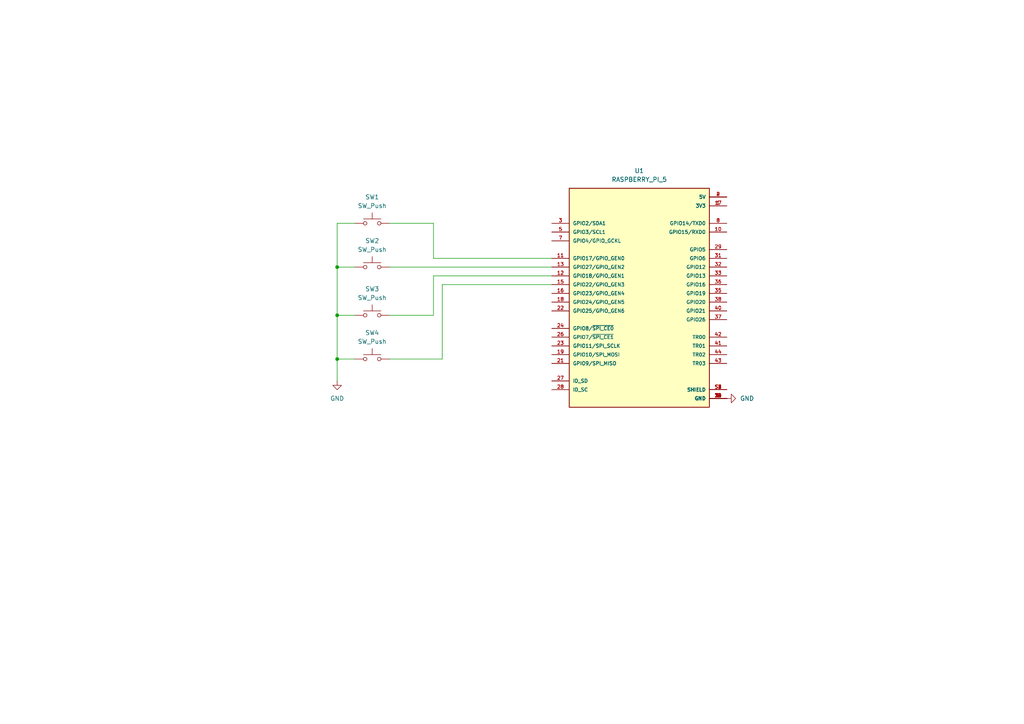
<source format=kicad_sch>
(kicad_sch
	(version 20250114)
	(generator "eeschema")
	(generator_version "9.0")
	(uuid "88a079d7-085d-42b8-9039-6477dc68a888")
	(paper "A4")
	(lib_symbols
		(symbol "MyComponents:RASPBERRY_PI_4_MODEL_B_8G"
			(pin_names
				(offset 1.016)
			)
			(exclude_from_sim no)
			(in_bom yes)
			(on_board yes)
			(property "Reference" "U"
				(at -20.32 33.528 0)
				(effects
					(font
						(size 1.27 1.27)
					)
					(justify left bottom)
				)
			)
			(property "Value" "RASPBERRY_PI_4_MODEL_B_8G"
				(at -20.32 -33.02 0)
				(effects
					(font
						(size 1.27 1.27)
					)
					(justify left bottom)
				)
			)
			(property "Footprint" "RASPBERRY_PI_4_MODEL_B_8G:MODULE_RASPBERRY_PI_4_MODEL_B_8G"
				(at 0 0 0)
				(effects
					(font
						(size 1.27 1.27)
					)
					(justify bottom)
					(hide yes)
				)
			)
			(property "Datasheet" ""
				(at 0 0 0)
				(effects
					(font
						(size 1.27 1.27)
					)
					(hide yes)
				)
			)
			(property "Description" ""
				(at 0 0 0)
				(effects
					(font
						(size 1.27 1.27)
					)
					(hide yes)
				)
			)
			(property "MF" "Raspberry Pi"
				(at 0 0 0)
				(effects
					(font
						(size 1.27 1.27)
					)
					(justify bottom)
					(hide yes)
				)
			)
			(property "MAXIMUM_PACKAGE_HEIGHT" "16 mm"
				(at 0 0 0)
				(effects
					(font
						(size 1.27 1.27)
					)
					(justify bottom)
					(hide yes)
				)
			)
			(property "Package" "None"
				(at 0 0 0)
				(effects
					(font
						(size 1.27 1.27)
					)
					(justify bottom)
					(hide yes)
				)
			)
			(property "Price" "None"
				(at 0 0 0)
				(effects
					(font
						(size 1.27 1.27)
					)
					(justify bottom)
					(hide yes)
				)
			)
			(property "Check_prices" "https://www.snapeda.com/parts/RASPBERRY%20PI%204%20MODEL%20B%208G/Raspberry+Pi/view-part/?ref=eda"
				(at 0 0 0)
				(effects
					(font
						(size 1.27 1.27)
					)
					(justify bottom)
					(hide yes)
				)
			)
			(property "STANDARD" "Manufacturer Recommendations"
				(at 0 0 0)
				(effects
					(font
						(size 1.27 1.27)
					)
					(justify bottom)
					(hide yes)
				)
			)
			(property "PARTREV" "4"
				(at 0 0 0)
				(effects
					(font
						(size 1.27 1.27)
					)
					(justify bottom)
					(hide yes)
				)
			)
			(property "SnapEDA_Link" "https://www.snapeda.com/parts/RASPBERRY%20PI%204%20MODEL%20B%208G/Raspberry+Pi/view-part/?ref=snap"
				(at 0 0 0)
				(effects
					(font
						(size 1.27 1.27)
					)
					(justify bottom)
					(hide yes)
				)
			)
			(property "MP" "RASPBERRY PI 4 MODEL B 8G"
				(at 0 0 0)
				(effects
					(font
						(size 1.27 1.27)
					)
					(justify bottom)
					(hide yes)
				)
			)
			(property "Description_1" "Single Board Computer, Model B 8GB RAM, Raspberry Pi 4 Series | Raspberry Pi RASPBERRY PI 4 MODEL B 8G"
				(at 0 0 0)
				(effects
					(font
						(size 1.27 1.27)
					)
					(justify bottom)
					(hide yes)
				)
			)
			(property "Availability" "Not in stock"
				(at 0 0 0)
				(effects
					(font
						(size 1.27 1.27)
					)
					(justify bottom)
					(hide yes)
				)
			)
			(property "MANUFACTURER" "Raspberry Pi"
				(at 0 0 0)
				(effects
					(font
						(size 1.27 1.27)
					)
					(justify bottom)
					(hide yes)
				)
			)
			(symbol "RASPBERRY_PI_4_MODEL_B_8G_0_0"
				(rectangle
					(start -20.32 -30.48)
					(end 20.32 33.02)
					(stroke
						(width 0.254)
						(type default)
					)
					(fill
						(type background)
					)
				)
				(pin bidirectional line
					(at -25.4 22.86 0)
					(length 5.08)
					(name "GPIO2/SDA1"
						(effects
							(font
								(size 1.016 1.016)
							)
						)
					)
					(number "3"
						(effects
							(font
								(size 1.016 1.016)
							)
						)
					)
				)
				(pin bidirectional line
					(at -25.4 20.32 0)
					(length 5.08)
					(name "GPIO3/SCL1"
						(effects
							(font
								(size 1.016 1.016)
							)
						)
					)
					(number "5"
						(effects
							(font
								(size 1.016 1.016)
							)
						)
					)
				)
				(pin bidirectional line
					(at -25.4 17.78 0)
					(length 5.08)
					(name "GPIO4/GPIO_GCKL"
						(effects
							(font
								(size 1.016 1.016)
							)
						)
					)
					(number "7"
						(effects
							(font
								(size 1.016 1.016)
							)
						)
					)
				)
				(pin bidirectional line
					(at -25.4 12.7 0)
					(length 5.08)
					(name "GPIO17/GPIO_GEN0"
						(effects
							(font
								(size 1.016 1.016)
							)
						)
					)
					(number "11"
						(effects
							(font
								(size 1.016 1.016)
							)
						)
					)
				)
				(pin bidirectional line
					(at -25.4 10.16 0)
					(length 5.08)
					(name "GPIO27/GPIO_GEN2"
						(effects
							(font
								(size 1.016 1.016)
							)
						)
					)
					(number "13"
						(effects
							(font
								(size 1.016 1.016)
							)
						)
					)
				)
				(pin bidirectional line
					(at -25.4 7.62 0)
					(length 5.08)
					(name "GPIO18/GPIO_GEN1"
						(effects
							(font
								(size 1.016 1.016)
							)
						)
					)
					(number "12"
						(effects
							(font
								(size 1.016 1.016)
							)
						)
					)
				)
				(pin bidirectional line
					(at -25.4 5.08 0)
					(length 5.08)
					(name "GPIO22/GPIO_GEN3"
						(effects
							(font
								(size 1.016 1.016)
							)
						)
					)
					(number "15"
						(effects
							(font
								(size 1.016 1.016)
							)
						)
					)
				)
				(pin bidirectional line
					(at -25.4 2.54 0)
					(length 5.08)
					(name "GPIO23/GPIO_GEN4"
						(effects
							(font
								(size 1.016 1.016)
							)
						)
					)
					(number "16"
						(effects
							(font
								(size 1.016 1.016)
							)
						)
					)
				)
				(pin bidirectional line
					(at -25.4 0 0)
					(length 5.08)
					(name "GPIO24/GPIO_GEN5"
						(effects
							(font
								(size 1.016 1.016)
							)
						)
					)
					(number "18"
						(effects
							(font
								(size 1.016 1.016)
							)
						)
					)
				)
				(pin bidirectional line
					(at -25.4 -2.54 0)
					(length 5.08)
					(name "GPIO25/GPIO_GEN6"
						(effects
							(font
								(size 1.016 1.016)
							)
						)
					)
					(number "22"
						(effects
							(font
								(size 1.016 1.016)
							)
						)
					)
				)
				(pin bidirectional line
					(at -25.4 -7.62 0)
					(length 5.08)
					(name "GPIO8/~{SPI_CE0}"
						(effects
							(font
								(size 1.016 1.016)
							)
						)
					)
					(number "24"
						(effects
							(font
								(size 1.016 1.016)
							)
						)
					)
				)
				(pin bidirectional line
					(at -25.4 -10.16 0)
					(length 5.08)
					(name "GPIO7/~{SPI_CE1}"
						(effects
							(font
								(size 1.016 1.016)
							)
						)
					)
					(number "26"
						(effects
							(font
								(size 1.016 1.016)
							)
						)
					)
				)
				(pin bidirectional line
					(at -25.4 -12.7 0)
					(length 5.08)
					(name "GPIO11/SPI_SCLK"
						(effects
							(font
								(size 1.016 1.016)
							)
						)
					)
					(number "23"
						(effects
							(font
								(size 1.016 1.016)
							)
						)
					)
				)
				(pin bidirectional line
					(at -25.4 -15.24 0)
					(length 5.08)
					(name "GPIO10/SPI_MOSI"
						(effects
							(font
								(size 1.016 1.016)
							)
						)
					)
					(number "19"
						(effects
							(font
								(size 1.016 1.016)
							)
						)
					)
				)
				(pin bidirectional line
					(at -25.4 -17.78 0)
					(length 5.08)
					(name "GPIO9/SPI_MISO"
						(effects
							(font
								(size 1.016 1.016)
							)
						)
					)
					(number "21"
						(effects
							(font
								(size 1.016 1.016)
							)
						)
					)
				)
				(pin bidirectional line
					(at -25.4 -22.86 0)
					(length 5.08)
					(name "ID_SD"
						(effects
							(font
								(size 1.016 1.016)
							)
						)
					)
					(number "27"
						(effects
							(font
								(size 1.016 1.016)
							)
						)
					)
				)
				(pin bidirectional line
					(at -25.4 -25.4 0)
					(length 5.08)
					(name "ID_SC"
						(effects
							(font
								(size 1.016 1.016)
							)
						)
					)
					(number "28"
						(effects
							(font
								(size 1.016 1.016)
							)
						)
					)
				)
				(pin power_in line
					(at 25.4 30.48 180)
					(length 5.08)
					(name "5V"
						(effects
							(font
								(size 1.016 1.016)
							)
						)
					)
					(number "2"
						(effects
							(font
								(size 1.016 1.016)
							)
						)
					)
				)
				(pin power_in line
					(at 25.4 30.48 180)
					(length 5.08)
					(name "5V"
						(effects
							(font
								(size 1.016 1.016)
							)
						)
					)
					(number "4"
						(effects
							(font
								(size 1.016 1.016)
							)
						)
					)
				)
				(pin power_in line
					(at 25.4 27.94 180)
					(length 5.08)
					(name "3V3"
						(effects
							(font
								(size 1.016 1.016)
							)
						)
					)
					(number "1"
						(effects
							(font
								(size 1.016 1.016)
							)
						)
					)
				)
				(pin power_in line
					(at 25.4 27.94 180)
					(length 5.08)
					(name "3V3"
						(effects
							(font
								(size 1.016 1.016)
							)
						)
					)
					(number "17"
						(effects
							(font
								(size 1.016 1.016)
							)
						)
					)
				)
				(pin bidirectional line
					(at 25.4 22.86 180)
					(length 5.08)
					(name "GPIO14/TXD0"
						(effects
							(font
								(size 1.016 1.016)
							)
						)
					)
					(number "8"
						(effects
							(font
								(size 1.016 1.016)
							)
						)
					)
				)
				(pin bidirectional line
					(at 25.4 20.32 180)
					(length 5.08)
					(name "GPIO15/RXD0"
						(effects
							(font
								(size 1.016 1.016)
							)
						)
					)
					(number "10"
						(effects
							(font
								(size 1.016 1.016)
							)
						)
					)
				)
				(pin bidirectional line
					(at 25.4 15.24 180)
					(length 5.08)
					(name "GPIO5"
						(effects
							(font
								(size 1.016 1.016)
							)
						)
					)
					(number "29"
						(effects
							(font
								(size 1.016 1.016)
							)
						)
					)
				)
				(pin bidirectional line
					(at 25.4 12.7 180)
					(length 5.08)
					(name "GPIO6"
						(effects
							(font
								(size 1.016 1.016)
							)
						)
					)
					(number "31"
						(effects
							(font
								(size 1.016 1.016)
							)
						)
					)
				)
				(pin bidirectional line
					(at 25.4 10.16 180)
					(length 5.08)
					(name "GPIO12"
						(effects
							(font
								(size 1.016 1.016)
							)
						)
					)
					(number "32"
						(effects
							(font
								(size 1.016 1.016)
							)
						)
					)
				)
				(pin bidirectional line
					(at 25.4 7.62 180)
					(length 5.08)
					(name "GPIO13"
						(effects
							(font
								(size 1.016 1.016)
							)
						)
					)
					(number "33"
						(effects
							(font
								(size 1.016 1.016)
							)
						)
					)
				)
				(pin bidirectional line
					(at 25.4 5.08 180)
					(length 5.08)
					(name "GPIO16"
						(effects
							(font
								(size 1.016 1.016)
							)
						)
					)
					(number "36"
						(effects
							(font
								(size 1.016 1.016)
							)
						)
					)
				)
				(pin bidirectional line
					(at 25.4 2.54 180)
					(length 5.08)
					(name "GPIO19"
						(effects
							(font
								(size 1.016 1.016)
							)
						)
					)
					(number "35"
						(effects
							(font
								(size 1.016 1.016)
							)
						)
					)
				)
				(pin bidirectional line
					(at 25.4 0 180)
					(length 5.08)
					(name "GPIO20"
						(effects
							(font
								(size 1.016 1.016)
							)
						)
					)
					(number "38"
						(effects
							(font
								(size 1.016 1.016)
							)
						)
					)
				)
				(pin bidirectional line
					(at 25.4 -2.54 180)
					(length 5.08)
					(name "GPIO21"
						(effects
							(font
								(size 1.016 1.016)
							)
						)
					)
					(number "40"
						(effects
							(font
								(size 1.016 1.016)
							)
						)
					)
				)
				(pin bidirectional line
					(at 25.4 -5.08 180)
					(length 5.08)
					(name "GPIO26"
						(effects
							(font
								(size 1.016 1.016)
							)
						)
					)
					(number "37"
						(effects
							(font
								(size 1.016 1.016)
							)
						)
					)
				)
				(pin bidirectional line
					(at 25.4 -10.16 180)
					(length 5.08)
					(name "TR00"
						(effects
							(font
								(size 1.016 1.016)
							)
						)
					)
					(number "42"
						(effects
							(font
								(size 1.016 1.016)
							)
						)
					)
				)
				(pin bidirectional line
					(at 25.4 -12.7 180)
					(length 5.08)
					(name "TR01"
						(effects
							(font
								(size 1.016 1.016)
							)
						)
					)
					(number "41"
						(effects
							(font
								(size 1.016 1.016)
							)
						)
					)
				)
				(pin bidirectional line
					(at 25.4 -15.24 180)
					(length 5.08)
					(name "TR02"
						(effects
							(font
								(size 1.016 1.016)
							)
						)
					)
					(number "44"
						(effects
							(font
								(size 1.016 1.016)
							)
						)
					)
				)
				(pin bidirectional line
					(at 25.4 -17.78 180)
					(length 5.08)
					(name "TR03"
						(effects
							(font
								(size 1.016 1.016)
							)
						)
					)
					(number "43"
						(effects
							(font
								(size 1.016 1.016)
							)
						)
					)
				)
				(pin power_in line
					(at 25.4 -25.4 180)
					(length 5.08)
					(name "SHIELD"
						(effects
							(font
								(size 1.016 1.016)
							)
						)
					)
					(number "S1"
						(effects
							(font
								(size 1.016 1.016)
							)
						)
					)
				)
				(pin power_in line
					(at 25.4 -25.4 180)
					(length 5.08)
					(name "SHIELD"
						(effects
							(font
								(size 1.016 1.016)
							)
						)
					)
					(number "S2"
						(effects
							(font
								(size 1.016 1.016)
							)
						)
					)
				)
				(pin power_in line
					(at 25.4 -25.4 180)
					(length 5.08)
					(name "SHIELD"
						(effects
							(font
								(size 1.016 1.016)
							)
						)
					)
					(number "S3"
						(effects
							(font
								(size 1.016 1.016)
							)
						)
					)
				)
				(pin power_in line
					(at 25.4 -25.4 180)
					(length 5.08)
					(name "SHIELD"
						(effects
							(font
								(size 1.016 1.016)
							)
						)
					)
					(number "S4"
						(effects
							(font
								(size 1.016 1.016)
							)
						)
					)
				)
				(pin power_in line
					(at 25.4 -27.94 180)
					(length 5.08)
					(name "GND"
						(effects
							(font
								(size 1.016 1.016)
							)
						)
					)
					(number "14"
						(effects
							(font
								(size 1.016 1.016)
							)
						)
					)
				)
				(pin power_in line
					(at 25.4 -27.94 180)
					(length 5.08)
					(name "GND"
						(effects
							(font
								(size 1.016 1.016)
							)
						)
					)
					(number "20"
						(effects
							(font
								(size 1.016 1.016)
							)
						)
					)
				)
				(pin power_in line
					(at 25.4 -27.94 180)
					(length 5.08)
					(name "GND"
						(effects
							(font
								(size 1.016 1.016)
							)
						)
					)
					(number "25"
						(effects
							(font
								(size 1.016 1.016)
							)
						)
					)
				)
				(pin power_in line
					(at 25.4 -27.94 180)
					(length 5.08)
					(name "GND"
						(effects
							(font
								(size 1.016 1.016)
							)
						)
					)
					(number "30"
						(effects
							(font
								(size 1.016 1.016)
							)
						)
					)
				)
				(pin power_in line
					(at 25.4 -27.94 180)
					(length 5.08)
					(name "GND"
						(effects
							(font
								(size 1.016 1.016)
							)
						)
					)
					(number "34"
						(effects
							(font
								(size 1.016 1.016)
							)
						)
					)
				)
				(pin power_in line
					(at 25.4 -27.94 180)
					(length 5.08)
					(name "GND"
						(effects
							(font
								(size 1.016 1.016)
							)
						)
					)
					(number "39"
						(effects
							(font
								(size 1.016 1.016)
							)
						)
					)
				)
				(pin power_in line
					(at 25.4 -27.94 180)
					(length 5.08)
					(name "GND"
						(effects
							(font
								(size 1.016 1.016)
							)
						)
					)
					(number "6"
						(effects
							(font
								(size 1.016 1.016)
							)
						)
					)
				)
				(pin power_in line
					(at 25.4 -27.94 180)
					(length 5.08)
					(name "GND"
						(effects
							(font
								(size 1.016 1.016)
							)
						)
					)
					(number "9"
						(effects
							(font
								(size 1.016 1.016)
							)
						)
					)
				)
			)
			(embedded_fonts no)
		)
		(symbol "Switch:SW_Push"
			(pin_numbers
				(hide yes)
			)
			(pin_names
				(offset 1.016)
				(hide yes)
			)
			(exclude_from_sim no)
			(in_bom yes)
			(on_board yes)
			(property "Reference" "SW"
				(at 1.27 2.54 0)
				(effects
					(font
						(size 1.27 1.27)
					)
					(justify left)
				)
			)
			(property "Value" "SW_Push"
				(at 0 -1.524 0)
				(effects
					(font
						(size 1.27 1.27)
					)
				)
			)
			(property "Footprint" ""
				(at 0 5.08 0)
				(effects
					(font
						(size 1.27 1.27)
					)
					(hide yes)
				)
			)
			(property "Datasheet" "~"
				(at 0 5.08 0)
				(effects
					(font
						(size 1.27 1.27)
					)
					(hide yes)
				)
			)
			(property "Description" "Push button switch, generic, two pins"
				(at 0 0 0)
				(effects
					(font
						(size 1.27 1.27)
					)
					(hide yes)
				)
			)
			(property "ki_keywords" "switch normally-open pushbutton push-button"
				(at 0 0 0)
				(effects
					(font
						(size 1.27 1.27)
					)
					(hide yes)
				)
			)
			(symbol "SW_Push_0_1"
				(circle
					(center -2.032 0)
					(radius 0.508)
					(stroke
						(width 0)
						(type default)
					)
					(fill
						(type none)
					)
				)
				(polyline
					(pts
						(xy 0 1.27) (xy 0 3.048)
					)
					(stroke
						(width 0)
						(type default)
					)
					(fill
						(type none)
					)
				)
				(circle
					(center 2.032 0)
					(radius 0.508)
					(stroke
						(width 0)
						(type default)
					)
					(fill
						(type none)
					)
				)
				(polyline
					(pts
						(xy 2.54 1.27) (xy -2.54 1.27)
					)
					(stroke
						(width 0)
						(type default)
					)
					(fill
						(type none)
					)
				)
				(pin passive line
					(at -5.08 0 0)
					(length 2.54)
					(name "1"
						(effects
							(font
								(size 1.27 1.27)
							)
						)
					)
					(number "1"
						(effects
							(font
								(size 1.27 1.27)
							)
						)
					)
				)
				(pin passive line
					(at 5.08 0 180)
					(length 2.54)
					(name "2"
						(effects
							(font
								(size 1.27 1.27)
							)
						)
					)
					(number "2"
						(effects
							(font
								(size 1.27 1.27)
							)
						)
					)
				)
			)
			(embedded_fonts no)
		)
		(symbol "power:GND"
			(power)
			(pin_numbers
				(hide yes)
			)
			(pin_names
				(offset 0)
				(hide yes)
			)
			(exclude_from_sim no)
			(in_bom yes)
			(on_board yes)
			(property "Reference" "#PWR"
				(at 0 -6.35 0)
				(effects
					(font
						(size 1.27 1.27)
					)
					(hide yes)
				)
			)
			(property "Value" "GND"
				(at 0 -3.81 0)
				(effects
					(font
						(size 1.27 1.27)
					)
				)
			)
			(property "Footprint" ""
				(at 0 0 0)
				(effects
					(font
						(size 1.27 1.27)
					)
					(hide yes)
				)
			)
			(property "Datasheet" ""
				(at 0 0 0)
				(effects
					(font
						(size 1.27 1.27)
					)
					(hide yes)
				)
			)
			(property "Description" "Power symbol creates a global label with name \"GND\" , ground"
				(at 0 0 0)
				(effects
					(font
						(size 1.27 1.27)
					)
					(hide yes)
				)
			)
			(property "ki_keywords" "global power"
				(at 0 0 0)
				(effects
					(font
						(size 1.27 1.27)
					)
					(hide yes)
				)
			)
			(symbol "GND_0_1"
				(polyline
					(pts
						(xy 0 0) (xy 0 -1.27) (xy 1.27 -1.27) (xy 0 -2.54) (xy -1.27 -1.27) (xy 0 -1.27)
					)
					(stroke
						(width 0)
						(type default)
					)
					(fill
						(type none)
					)
				)
			)
			(symbol "GND_1_1"
				(pin power_in line
					(at 0 0 270)
					(length 0)
					(name "~"
						(effects
							(font
								(size 1.27 1.27)
							)
						)
					)
					(number "1"
						(effects
							(font
								(size 1.27 1.27)
							)
						)
					)
				)
			)
			(embedded_fonts no)
		)
	)
	(junction
		(at 97.79 91.44)
		(diameter 0)
		(color 0 0 0 0)
		(uuid "249a9c80-1edc-4fb2-b9b8-d284488df3fc")
	)
	(junction
		(at 97.79 104.14)
		(diameter 0)
		(color 0 0 0 0)
		(uuid "99fb5f06-257a-4455-9896-a9d914cb742b")
	)
	(junction
		(at 97.79 77.47)
		(diameter 0)
		(color 0 0 0 0)
		(uuid "af833e6b-e5fa-4c69-891d-4d2706fdb3df")
	)
	(wire
		(pts
			(xy 128.27 82.55) (xy 160.02 82.55)
		)
		(stroke
			(width 0)
			(type default)
		)
		(uuid "2f289bf2-6bec-40c9-92f1-f9410b80214c")
	)
	(wire
		(pts
			(xy 125.73 74.93) (xy 125.73 64.77)
		)
		(stroke
			(width 0)
			(type default)
		)
		(uuid "32738ee9-f588-4109-b970-d2cd3466843e")
	)
	(wire
		(pts
			(xy 97.79 64.77) (xy 102.87 64.77)
		)
		(stroke
			(width 0)
			(type default)
		)
		(uuid "5cc6e633-6758-48fc-a418-a9c5ae855008")
	)
	(wire
		(pts
			(xy 102.87 91.44) (xy 97.79 91.44)
		)
		(stroke
			(width 0)
			(type default)
		)
		(uuid "6b926d96-8f87-4c7c-8300-62c1880ef9d4")
	)
	(wire
		(pts
			(xy 97.79 91.44) (xy 97.79 104.14)
		)
		(stroke
			(width 0)
			(type default)
		)
		(uuid "6f754800-1319-4cf2-b960-8c2ef9df94fa")
	)
	(wire
		(pts
			(xy 97.79 77.47) (xy 102.87 77.47)
		)
		(stroke
			(width 0)
			(type default)
		)
		(uuid "719de2c9-3c77-4579-9228-7a2eb2083516")
	)
	(wire
		(pts
			(xy 160.02 74.93) (xy 125.73 74.93)
		)
		(stroke
			(width 0)
			(type default)
		)
		(uuid "7cde9dad-d31b-4da0-be99-b4b9c8b37234")
	)
	(wire
		(pts
			(xy 97.79 77.47) (xy 97.79 91.44)
		)
		(stroke
			(width 0)
			(type default)
		)
		(uuid "91c883dc-bf90-4bd1-94be-e1ec5033c0f2")
	)
	(wire
		(pts
			(xy 97.79 104.14) (xy 97.79 110.49)
		)
		(stroke
			(width 0)
			(type default)
		)
		(uuid "9b2e4f8f-03ae-409a-9baa-df30f6c4046d")
	)
	(wire
		(pts
			(xy 97.79 104.14) (xy 102.87 104.14)
		)
		(stroke
			(width 0)
			(type default)
		)
		(uuid "9f65d528-9d04-4030-aa05-7618c13e5f45")
	)
	(wire
		(pts
			(xy 128.27 104.14) (xy 128.27 82.55)
		)
		(stroke
			(width 0)
			(type default)
		)
		(uuid "a78e407d-71f3-4713-8067-b6ca417f4bc2")
	)
	(wire
		(pts
			(xy 160.02 80.01) (xy 125.73 80.01)
		)
		(stroke
			(width 0)
			(type default)
		)
		(uuid "a835beff-4a1d-4e1f-9e73-dacff3a8efdf")
	)
	(wire
		(pts
			(xy 125.73 91.44) (xy 113.03 91.44)
		)
		(stroke
			(width 0)
			(type default)
		)
		(uuid "bb43bfed-3561-480f-898f-fa52e963af0c")
	)
	(wire
		(pts
			(xy 125.73 64.77) (xy 113.03 64.77)
		)
		(stroke
			(width 0)
			(type default)
		)
		(uuid "d5327c38-f61d-4a9b-9bde-b9fb8b878f5b")
	)
	(wire
		(pts
			(xy 125.73 80.01) (xy 125.73 91.44)
		)
		(stroke
			(width 0)
			(type default)
		)
		(uuid "e151fe84-d986-4e41-95d1-4f5c54bc6db2")
	)
	(wire
		(pts
			(xy 97.79 77.47) (xy 97.79 64.77)
		)
		(stroke
			(width 0)
			(type default)
		)
		(uuid "e8d7335c-c491-410e-8863-be58be5f5914")
	)
	(wire
		(pts
			(xy 113.03 104.14) (xy 128.27 104.14)
		)
		(stroke
			(width 0)
			(type default)
		)
		(uuid "ec279171-f0f5-419c-aac2-971b98646724")
	)
	(wire
		(pts
			(xy 113.03 77.47) (xy 160.02 77.47)
		)
		(stroke
			(width 0)
			(type default)
		)
		(uuid "ee869a03-56db-45df-971d-d4f48cc0e554")
	)
	(symbol
		(lib_id "power:GND")
		(at 97.79 110.49 0)
		(unit 1)
		(exclude_from_sim no)
		(in_bom yes)
		(on_board yes)
		(dnp no)
		(fields_autoplaced yes)
		(uuid "28f56490-2485-41bb-bb4b-38dcdc5e567f")
		(property "Reference" "#PWR02"
			(at 97.79 116.84 0)
			(effects
				(font
					(size 1.27 1.27)
				)
				(hide yes)
			)
		)
		(property "Value" "GND"
			(at 97.79 115.57 0)
			(effects
				(font
					(size 1.27 1.27)
				)
			)
		)
		(property "Footprint" ""
			(at 97.79 110.49 0)
			(effects
				(font
					(size 1.27 1.27)
				)
				(hide yes)
			)
		)
		(property "Datasheet" ""
			(at 97.79 110.49 0)
			(effects
				(font
					(size 1.27 1.27)
				)
				(hide yes)
			)
		)
		(property "Description" "Power symbol creates a global label with name \"GND\" , ground"
			(at 97.79 110.49 0)
			(effects
				(font
					(size 1.27 1.27)
				)
				(hide yes)
			)
		)
		(pin "1"
			(uuid "9cecd646-8378-4add-8383-db0397650aff")
		)
		(instances
			(project ""
				(path "/88a079d7-085d-42b8-9039-6477dc68a888"
					(reference "#PWR02")
					(unit 1)
				)
			)
		)
	)
	(symbol
		(lib_id "power:GND")
		(at 210.82 115.57 90)
		(unit 1)
		(exclude_from_sim no)
		(in_bom yes)
		(on_board yes)
		(dnp no)
		(fields_autoplaced yes)
		(uuid "3b469092-d176-47e2-a5ca-f052f52ecc49")
		(property "Reference" "#PWR01"
			(at 217.17 115.57 0)
			(effects
				(font
					(size 1.27 1.27)
				)
				(hide yes)
			)
		)
		(property "Value" "GND"
			(at 214.63 115.5699 90)
			(effects
				(font
					(size 1.27 1.27)
				)
				(justify right)
			)
		)
		(property "Footprint" ""
			(at 210.82 115.57 0)
			(effects
				(font
					(size 1.27 1.27)
				)
				(hide yes)
			)
		)
		(property "Datasheet" ""
			(at 210.82 115.57 0)
			(effects
				(font
					(size 1.27 1.27)
				)
				(hide yes)
			)
		)
		(property "Description" "Power symbol creates a global label with name \"GND\" , ground"
			(at 210.82 115.57 0)
			(effects
				(font
					(size 1.27 1.27)
				)
				(hide yes)
			)
		)
		(pin "1"
			(uuid "89352a9d-240a-4c7b-ac55-40eb3d7d4aab")
		)
		(instances
			(project ""
				(path "/88a079d7-085d-42b8-9039-6477dc68a888"
					(reference "#PWR01")
					(unit 1)
				)
			)
		)
	)
	(symbol
		(lib_id "Switch:SW_Push")
		(at 107.95 104.14 0)
		(unit 1)
		(exclude_from_sim no)
		(in_bom yes)
		(on_board yes)
		(dnp no)
		(fields_autoplaced yes)
		(uuid "670cd9d6-6cce-4d9b-b47a-81936ab43cad")
		(property "Reference" "SW4"
			(at 107.95 96.52 0)
			(effects
				(font
					(size 1.27 1.27)
				)
			)
		)
		(property "Value" "SW_Push"
			(at 107.95 99.06 0)
			(effects
				(font
					(size 1.27 1.27)
				)
			)
		)
		(property "Footprint" "Button_Switch_THT:SW_PUSH_6mm_H4.3mm"
			(at 107.95 99.06 0)
			(effects
				(font
					(size 1.27 1.27)
				)
				(hide yes)
			)
		)
		(property "Datasheet" "~"
			(at 107.95 99.06 0)
			(effects
				(font
					(size 1.27 1.27)
				)
				(hide yes)
			)
		)
		(property "Description" "Push button switch, generic, two pins"
			(at 107.95 104.14 0)
			(effects
				(font
					(size 1.27 1.27)
				)
				(hide yes)
			)
		)
		(pin "1"
			(uuid "af1fc948-3be9-476d-8a71-ecb119e4563a")
		)
		(pin "2"
			(uuid "d12fda82-256e-4021-87f1-268dee3c98ff")
		)
		(instances
			(project "kin3ct"
				(path "/88a079d7-085d-42b8-9039-6477dc68a888"
					(reference "SW4")
					(unit 1)
				)
			)
		)
	)
	(symbol
		(lib_id "Switch:SW_Push")
		(at 107.95 64.77 0)
		(unit 1)
		(exclude_from_sim no)
		(in_bom yes)
		(on_board yes)
		(dnp no)
		(fields_autoplaced yes)
		(uuid "74f3db05-7482-4284-a722-84e2e9249f5f")
		(property "Reference" "SW1"
			(at 107.95 57.15 0)
			(effects
				(font
					(size 1.27 1.27)
				)
			)
		)
		(property "Value" "SW_Push"
			(at 107.95 59.69 0)
			(effects
				(font
					(size 1.27 1.27)
				)
			)
		)
		(property "Footprint" "Button_Switch_THT:SW_PUSH_6mm_H4.3mm"
			(at 107.95 59.69 0)
			(effects
				(font
					(size 1.27 1.27)
				)
				(hide yes)
			)
		)
		(property "Datasheet" "~"
			(at 107.95 59.69 0)
			(effects
				(font
					(size 1.27 1.27)
				)
				(hide yes)
			)
		)
		(property "Description" "Push button switch, generic, two pins"
			(at 107.95 64.77 0)
			(effects
				(font
					(size 1.27 1.27)
				)
				(hide yes)
			)
		)
		(pin "1"
			(uuid "aa732286-aff3-4205-9ac8-df36df0880ef")
		)
		(pin "2"
			(uuid "ca6b1c00-f126-4e69-8963-957dfc463ce0")
		)
		(instances
			(project ""
				(path "/88a079d7-085d-42b8-9039-6477dc68a888"
					(reference "SW1")
					(unit 1)
				)
			)
		)
	)
	(symbol
		(lib_id "Switch:SW_Push")
		(at 107.95 91.44 0)
		(unit 1)
		(exclude_from_sim no)
		(in_bom yes)
		(on_board yes)
		(dnp no)
		(fields_autoplaced yes)
		(uuid "91ff5ef5-c1df-4fb5-a9b5-837071874269")
		(property "Reference" "SW3"
			(at 107.95 83.82 0)
			(effects
				(font
					(size 1.27 1.27)
				)
			)
		)
		(property "Value" "SW_Push"
			(at 107.95 86.36 0)
			(effects
				(font
					(size 1.27 1.27)
				)
			)
		)
		(property "Footprint" "Button_Switch_THT:SW_PUSH_6mm_H4.3mm"
			(at 107.95 86.36 0)
			(effects
				(font
					(size 1.27 1.27)
				)
				(hide yes)
			)
		)
		(property "Datasheet" "~"
			(at 107.95 86.36 0)
			(effects
				(font
					(size 1.27 1.27)
				)
				(hide yes)
			)
		)
		(property "Description" "Push button switch, generic, two pins"
			(at 107.95 91.44 0)
			(effects
				(font
					(size 1.27 1.27)
				)
				(hide yes)
			)
		)
		(pin "1"
			(uuid "b151ae75-8107-4c72-8e50-c07052c9ae63")
		)
		(pin "2"
			(uuid "b019db96-ac90-4b98-a18a-2abef1fe836f")
		)
		(instances
			(project "kin3ct"
				(path "/88a079d7-085d-42b8-9039-6477dc68a888"
					(reference "SW3")
					(unit 1)
				)
			)
		)
	)
	(symbol
		(lib_id "Switch:SW_Push")
		(at 107.95 77.47 0)
		(unit 1)
		(exclude_from_sim no)
		(in_bom yes)
		(on_board yes)
		(dnp no)
		(fields_autoplaced yes)
		(uuid "923d6e01-b8a3-4289-b0dd-2f2791621f5f")
		(property "Reference" "SW2"
			(at 107.95 69.85 0)
			(effects
				(font
					(size 1.27 1.27)
				)
			)
		)
		(property "Value" "SW_Push"
			(at 107.95 72.39 0)
			(effects
				(font
					(size 1.27 1.27)
				)
			)
		)
		(property "Footprint" "Button_Switch_THT:SW_PUSH_6mm_H4.3mm"
			(at 107.95 72.39 0)
			(effects
				(font
					(size 1.27 1.27)
				)
				(hide yes)
			)
		)
		(property "Datasheet" "~"
			(at 107.95 72.39 0)
			(effects
				(font
					(size 1.27 1.27)
				)
				(hide yes)
			)
		)
		(property "Description" "Push button switch, generic, two pins"
			(at 107.95 77.47 0)
			(effects
				(font
					(size 1.27 1.27)
				)
				(hide yes)
			)
		)
		(pin "1"
			(uuid "e1145c42-6d19-4adc-9907-e40cdfeacfe6")
		)
		(pin "2"
			(uuid "1e246f4b-509b-46ce-aa8f-ad57c888a88b")
		)
		(instances
			(project "kin3ct"
				(path "/88a079d7-085d-42b8-9039-6477dc68a888"
					(reference "SW2")
					(unit 1)
				)
			)
		)
	)
	(symbol
		(lib_id "MyComponents:RASPBERRY_PI_4_MODEL_B_8G")
		(at 185.42 87.63 0)
		(unit 1)
		(exclude_from_sim no)
		(in_bom yes)
		(on_board yes)
		(dnp no)
		(fields_autoplaced yes)
		(uuid "d1e55b9b-196e-4ed1-a613-56ef128347f7")
		(property "Reference" "U1"
			(at 185.42 49.53 0)
			(effects
				(font
					(size 1.27 1.27)
				)
			)
		)
		(property "Value" "RASPBERRY_PI_5"
			(at 185.42 52.07 0)
			(effects
				(font
					(size 1.27 1.27)
				)
			)
		)
		(property "Footprint" "MyComponents:MODULE_RASPBERRY_PI_4_MODEL_B_8G"
			(at 185.42 87.63 0)
			(effects
				(font
					(size 1.27 1.27)
				)
				(justify bottom)
				(hide yes)
			)
		)
		(property "Datasheet" ""
			(at 185.42 87.63 0)
			(effects
				(font
					(size 1.27 1.27)
				)
				(hide yes)
			)
		)
		(property "Description" ""
			(at 185.42 87.63 0)
			(effects
				(font
					(size 1.27 1.27)
				)
				(hide yes)
			)
		)
		(property "MF" "Raspberry Pi"
			(at 185.42 87.63 0)
			(effects
				(font
					(size 1.27 1.27)
				)
				(justify bottom)
				(hide yes)
			)
		)
		(property "MAXIMUM_PACKAGE_HEIGHT" "16 mm"
			(at 185.42 87.63 0)
			(effects
				(font
					(size 1.27 1.27)
				)
				(justify bottom)
				(hide yes)
			)
		)
		(property "Package" "None"
			(at 185.42 87.63 0)
			(effects
				(font
					(size 1.27 1.27)
				)
				(justify bottom)
				(hide yes)
			)
		)
		(property "Price" "None"
			(at 185.42 87.63 0)
			(effects
				(font
					(size 1.27 1.27)
				)
				(justify bottom)
				(hide yes)
			)
		)
		(property "Check_prices" "https://www.snapeda.com/parts/RASPBERRY%20PI%204%20MODEL%20B%208G/Raspberry+Pi/view-part/?ref=eda"
			(at 185.42 87.63 0)
			(effects
				(font
					(size 1.27 1.27)
				)
				(justify bottom)
				(hide yes)
			)
		)
		(property "STANDARD" "Manufacturer Recommendations"
			(at 185.42 87.63 0)
			(effects
				(font
					(size 1.27 1.27)
				)
				(justify bottom)
				(hide yes)
			)
		)
		(property "PARTREV" "4"
			(at 185.42 87.63 0)
			(effects
				(font
					(size 1.27 1.27)
				)
				(justify bottom)
				(hide yes)
			)
		)
		(property "SnapEDA_Link" "https://www.snapeda.com/parts/RASPBERRY%20PI%204%20MODEL%20B%208G/Raspberry+Pi/view-part/?ref=snap"
			(at 185.42 87.63 0)
			(effects
				(font
					(size 1.27 1.27)
				)
				(justify bottom)
				(hide yes)
			)
		)
		(property "MP" "RASPBERRY PI 4 MODEL B 8G"
			(at 185.42 87.63 0)
			(effects
				(font
					(size 1.27 1.27)
				)
				(justify bottom)
				(hide yes)
			)
		)
		(property "Description_1" "Single Board Computer, Model B 8GB RAM, Raspberry Pi 4 Series | Raspberry Pi RASPBERRY PI 4 MODEL B 8G"
			(at 185.42 87.63 0)
			(effects
				(font
					(size 1.27 1.27)
				)
				(justify bottom)
				(hide yes)
			)
		)
		(property "Availability" "Not in stock"
			(at 185.42 87.63 0)
			(effects
				(font
					(size 1.27 1.27)
				)
				(justify bottom)
				(hide yes)
			)
		)
		(property "MANUFACTURER" "Raspberry Pi"
			(at 185.42 87.63 0)
			(effects
				(font
					(size 1.27 1.27)
				)
				(justify bottom)
				(hide yes)
			)
		)
		(pin "35"
			(uuid "f1c3b412-acd3-4424-956d-1b142c0d3e62")
		)
		(pin "S2"
			(uuid "66c42de9-150c-42e2-945a-73c5e6f0603b")
		)
		(pin "7"
			(uuid "5b1f1f79-b2b7-4201-b33e-1a4144828234")
		)
		(pin "26"
			(uuid "a192de49-0594-46ad-9a06-22889afc4183")
		)
		(pin "30"
			(uuid "01edff8f-f88a-4a24-98b6-5bb55dcdcd10")
		)
		(pin "36"
			(uuid "4072fdc6-94f1-4ac6-989b-ad90ea7c8ef0")
		)
		(pin "42"
			(uuid "895a1482-f22a-461a-b2c9-1d087950063f")
		)
		(pin "37"
			(uuid "6cc89ba6-7714-45d3-94d2-dad2f3e3e934")
		)
		(pin "28"
			(uuid "5d82dec2-d75e-479e-9332-18c72946e84b")
		)
		(pin "29"
			(uuid "bd378fee-7637-41a9-b55f-f5af0b48eda2")
		)
		(pin "23"
			(uuid "1dbe8fc4-c27d-426b-bc13-ba3a5282a09c")
		)
		(pin "15"
			(uuid "934bbced-373c-48cb-9287-b97bce8651e5")
		)
		(pin "4"
			(uuid "c2981df2-75ab-4e69-9475-27f05b1b5b19")
		)
		(pin "24"
			(uuid "3bd092ca-b43f-40b9-bf0c-b97f5afe2ca8")
		)
		(pin "11"
			(uuid "d2853859-3020-41c8-a1d2-bcdd8d0e764c")
		)
		(pin "31"
			(uuid "973f3cc5-e305-44ca-b0a8-51a9668b034e")
		)
		(pin "38"
			(uuid "ba83bcdf-03b5-4bee-96d8-4a157f2d8541")
		)
		(pin "12"
			(uuid "922e4ef7-26d1-4b5e-a9c8-1f4c2122c31f")
		)
		(pin "22"
			(uuid "d4ef990f-bb15-4eff-a338-da6aedff49fb")
		)
		(pin "2"
			(uuid "a4528c6c-34f0-4c7d-81b1-caa05bab7b0f")
		)
		(pin "10"
			(uuid "1b6361ee-6b78-4eff-9d3e-5e9c86dbd015")
		)
		(pin "32"
			(uuid "49ba1cea-6ffa-43c0-b370-2d3e1a12261e")
		)
		(pin "5"
			(uuid "99d5fb8a-3c23-4d0a-8762-10c6733c3857")
		)
		(pin "3"
			(uuid "a3a50a57-1098-4792-b223-b335725e1fcc")
		)
		(pin "1"
			(uuid "383cf23d-f515-4ca2-b58a-412d3c112142")
		)
		(pin "13"
			(uuid "5e3cd004-f637-4c46-88e9-1382bc38d533")
		)
		(pin "16"
			(uuid "3ba18190-8340-48e9-824d-205b66e4dd1d")
		)
		(pin "19"
			(uuid "0cb42fe8-7ffb-4ec4-9686-d457f6777606")
		)
		(pin "8"
			(uuid "1497a3e7-5918-4489-a46f-23e2a454d5a9")
		)
		(pin "43"
			(uuid "a20a401d-4ea0-4d27-99eb-3b6ebda369c9")
		)
		(pin "S1"
			(uuid "85a02bfe-df82-45e6-9283-4c15cca1699f")
		)
		(pin "21"
			(uuid "0a32b063-a992-4f52-b58c-05d1929c8eb5")
		)
		(pin "44"
			(uuid "a608964e-8da8-4d32-bf88-7062ea251a10")
		)
		(pin "27"
			(uuid "1a58592c-7856-4ce2-b3ba-4c025904d596")
		)
		(pin "18"
			(uuid "5ab64b13-fb6c-45b0-bc37-69e8b73f6f34")
		)
		(pin "17"
			(uuid "aede770e-215e-437a-b1fc-0f32f310e905")
		)
		(pin "33"
			(uuid "6a57377e-3041-47aa-95b2-3b974e799f8c")
		)
		(pin "41"
			(uuid "d68b87e3-6c8a-4dfe-810e-2a876d11d15d")
		)
		(pin "40"
			(uuid "b1e48f14-7bc6-47c7-bf3b-e17a07e48694")
		)
		(pin "S3"
			(uuid "01deb1f0-7806-4f72-af5e-a83eafcc4e92")
		)
		(pin "S4"
			(uuid "ded7c797-afcb-4759-a684-f013f9e806e6")
		)
		(pin "14"
			(uuid "b5bced06-e4cc-4adf-8094-b458178b1938")
		)
		(pin "20"
			(uuid "17d6a6fd-6cc7-473d-a5dd-61f176fc372b")
		)
		(pin "25"
			(uuid "f135a87d-7ab3-49ea-ae3d-56c68533e38e")
		)
		(pin "34"
			(uuid "b61b590c-a343-4010-ac43-84846c394bd6")
		)
		(pin "39"
			(uuid "0588a1b1-792a-4760-86ff-df500963b5ad")
		)
		(pin "6"
			(uuid "7835553f-3a2d-4833-9213-8081aa484530")
		)
		(pin "9"
			(uuid "2d7add80-8717-4e0e-bed1-50f419dd4b81")
		)
		(instances
			(project ""
				(path "/88a079d7-085d-42b8-9039-6477dc68a888"
					(reference "U1")
					(unit 1)
				)
			)
		)
	)
	(sheet_instances
		(path "/"
			(page "1")
		)
	)
	(embedded_fonts no)
)

</source>
